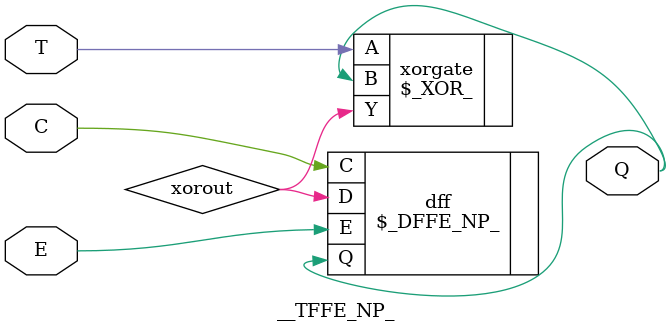
<source format=v>
module __TFFE_NP_ (T, C, E, Q);
	input T, C, E;
	output wire Q;
	wire xorout;
	$_XOR_ xorgate (
		.A(T),
		.B(Q),
		.Y(xorout),
	);
	$_DFFE_NP_ dff (
		.C(C),
		.D(xorout),
		.Q(Q),
		.E(E),
	);
endmodule
</source>
